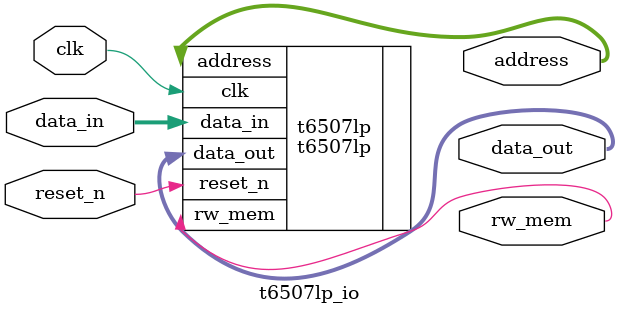
<source format=v>

`include "timescale.v"

module t6507lp_io(clk, reset_n, data_in, rw_mem, data_out, address);
	parameter [3:0] DATA_SIZE = 4'd8;
	parameter [3:0] ADDR_SIZE = 4'd13;

	localparam [3:0] DATA_SIZE_ = DATA_SIZE - 4'b0001;
	localparam [3:0] ADDR_SIZE_ = ADDR_SIZE - 4'b0001;

	input                 clk;
	input                 reset_n;
	input  [DATA_SIZE_:0] data_in;
	output                rw_mem;
	output [DATA_SIZE_:0] data_out;
	output [ADDR_SIZE_:0] address;

	t6507lp #(DATA_SIZE, ADDR_SIZE) t6507lp(
		.clk		(clk),
		.reset_n	(reset_n),
		.data_in	(data_in),
		.address	(address),
		.rw_mem		(rw_mem),
		.data_out	(data_out)
	);

endmodule



</source>
